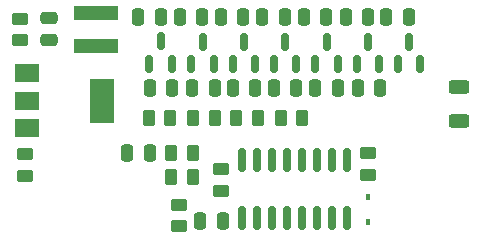
<source format=gtp>
G04 #@! TF.GenerationSoftware,KiCad,Pcbnew,5.99.0-unknown-5a0a2a8366~101~ubuntu20.04.1*
G04 #@! TF.CreationDate,2021-02-21T23:03:29+09:00*
G04 #@! TF.ProjectId,OpenHVPS-5,4f70656e-4856-4505-932d-352e6b696361,V1.1*
G04 #@! TF.SameCoordinates,Original*
G04 #@! TF.FileFunction,Paste,Top*
G04 #@! TF.FilePolarity,Positive*
%FSLAX46Y46*%
G04 Gerber Fmt 4.6, Leading zero omitted, Abs format (unit mm)*
G04 Created by KiCad (PCBNEW 5.99.0-unknown-5a0a2a8366~101~ubuntu20.04.1) date 2021-02-21 23:03:29*
%MOMM*%
%LPD*%
G01*
G04 APERTURE LIST*
G04 Aperture macros list*
%AMRoundRect*
0 Rectangle with rounded corners*
0 $1 Rounding radius*
0 $2 $3 $4 $5 $6 $7 $8 $9 X,Y pos of 4 corners*
0 Add a 4 corners polygon primitive as box body*
4,1,4,$2,$3,$4,$5,$6,$7,$8,$9,$2,$3,0*
0 Add four circle primitives for the rounded corners*
1,1,$1+$1,$2,$3*
1,1,$1+$1,$4,$5*
1,1,$1+$1,$6,$7*
1,1,$1+$1,$8,$9*
0 Add four rect primitives between the rounded corners*
20,1,$1+$1,$2,$3,$4,$5,0*
20,1,$1+$1,$4,$5,$6,$7,0*
20,1,$1+$1,$6,$7,$8,$9,0*
20,1,$1+$1,$8,$9,$2,$3,0*%
G04 Aperture macros list end*
%ADD10RoundRect,0.250000X0.450000X-0.262500X0.450000X0.262500X-0.450000X0.262500X-0.450000X-0.262500X0*%
%ADD11RoundRect,0.250000X-0.250000X-0.475000X0.250000X-0.475000X0.250000X0.475000X-0.250000X0.475000X0*%
%ADD12RoundRect,0.150000X0.150000X-0.587500X0.150000X0.587500X-0.150000X0.587500X-0.150000X-0.587500X0*%
%ADD13RoundRect,0.250000X-0.450000X0.262500X-0.450000X-0.262500X0.450000X-0.262500X0.450000X0.262500X0*%
%ADD14RoundRect,0.250000X0.262500X0.450000X-0.262500X0.450000X-0.262500X-0.450000X0.262500X-0.450000X0*%
%ADD15RoundRect,0.250000X-0.475000X0.250000X-0.475000X-0.250000X0.475000X-0.250000X0.475000X0.250000X0*%
%ADD16RoundRect,0.250000X-0.625000X0.312500X-0.625000X-0.312500X0.625000X-0.312500X0.625000X0.312500X0*%
%ADD17R,3.700000X1.200000*%
%ADD18RoundRect,0.250000X-0.262500X-0.450000X0.262500X-0.450000X0.262500X0.450000X-0.262500X0.450000X0*%
%ADD19RoundRect,0.150000X0.150000X-0.825000X0.150000X0.825000X-0.150000X0.825000X-0.150000X-0.825000X0*%
%ADD20R,2.000000X1.500000*%
%ADD21R,2.000000X3.800000*%
%ADD22R,0.450000X0.600000*%
%ADD23RoundRect,0.250000X0.250000X0.475000X-0.250000X0.475000X-0.250000X-0.475000X0.250000X-0.475000X0*%
G04 APERTURE END LIST*
D10*
X128500000Y-72413500D03*
X128500000Y-70588500D03*
D11*
X145050000Y-59000000D03*
X146950000Y-59000000D03*
D12*
X156550000Y-62937500D03*
X158450000Y-62937500D03*
X157500000Y-61062500D03*
X142550000Y-62937500D03*
X144450000Y-62937500D03*
X143500000Y-61062500D03*
D13*
X157520000Y-70520000D03*
X157520000Y-72345000D03*
D11*
X152050000Y-59000000D03*
X153950000Y-59000000D03*
D12*
X139004000Y-62913500D03*
X140904000Y-62913500D03*
X139954000Y-61038500D03*
D14*
X148182500Y-67520000D03*
X146357500Y-67520000D03*
D11*
X148550000Y-59000000D03*
X150450000Y-59000000D03*
D14*
X151932500Y-67520000D03*
X150107500Y-67520000D03*
D13*
X145020000Y-71857500D03*
X145020000Y-73682500D03*
D12*
X149550000Y-62937500D03*
X151450000Y-62937500D03*
X150500000Y-61062500D03*
X153050000Y-62937500D03*
X154950000Y-62937500D03*
X154000000Y-61062500D03*
D15*
X130500000Y-59050000D03*
X130500000Y-60950000D03*
D11*
X153050000Y-65000000D03*
X154950000Y-65000000D03*
D16*
X165250000Y-64857500D03*
X165250000Y-67782500D03*
D11*
X138050000Y-59000000D03*
X139950000Y-59000000D03*
D14*
X142682500Y-72520000D03*
X140857500Y-72520000D03*
D11*
X139050000Y-65000000D03*
X140950000Y-65000000D03*
X149550000Y-65000000D03*
X151450000Y-65000000D03*
X146050000Y-65000000D03*
X147950000Y-65000000D03*
D17*
X134500000Y-58600000D03*
X134500000Y-61400000D03*
D10*
X141520000Y-76682500D03*
X141520000Y-74857500D03*
D18*
X138945500Y-67520000D03*
X140770500Y-67520000D03*
D11*
X156638000Y-65000000D03*
X158538000Y-65000000D03*
D10*
X128020000Y-60932500D03*
X128020000Y-59107500D03*
D14*
X144520500Y-67520000D03*
X142695500Y-67520000D03*
D11*
X155638000Y-59000000D03*
X157538000Y-59000000D03*
D14*
X142682500Y-70520000D03*
X140857500Y-70520000D03*
D11*
X142638000Y-65000000D03*
X144538000Y-65000000D03*
D19*
X146825000Y-75995000D03*
X148095000Y-75995000D03*
X149365000Y-75995000D03*
X150635000Y-75995000D03*
X151905000Y-75995000D03*
X153175000Y-75995000D03*
X154445000Y-75995000D03*
X155715000Y-75995000D03*
X155715000Y-71045000D03*
X154445000Y-71045000D03*
X153175000Y-71045000D03*
X151905000Y-71045000D03*
X150635000Y-71045000D03*
X149365000Y-71045000D03*
X148095000Y-71045000D03*
X146825000Y-71045000D03*
D20*
X128676000Y-63740000D03*
X128676000Y-68340000D03*
D21*
X134976000Y-66040000D03*
D20*
X128676000Y-66040000D03*
D12*
X160050000Y-62937500D03*
X161950000Y-62937500D03*
X161000000Y-61062500D03*
D22*
X157520000Y-76320000D03*
X157520000Y-74220000D03*
D23*
X139020000Y-70520000D03*
X137120000Y-70520000D03*
D11*
X159050000Y-59000000D03*
X160950000Y-59000000D03*
X141550000Y-59000000D03*
X143450000Y-59000000D03*
D12*
X146050000Y-62937500D03*
X147950000Y-62937500D03*
X147000000Y-61062500D03*
D11*
X143320000Y-76270000D03*
X145220000Y-76270000D03*
M02*

</source>
